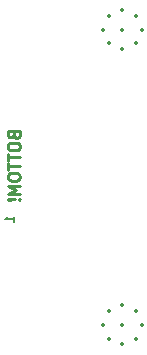
<source format=gbo>
%TF.GenerationSoftware,KiCad,Pcbnew,8.0.1*%
%TF.CreationDate,2024-08-04T19:12:34+01:00*%
%TF.ProjectId,hexpansion,68657870-616e-4736-996f-6e2e6b696361,rev?*%
%TF.SameCoordinates,Original*%
%TF.FileFunction,Legend,Bot*%
%TF.FilePolarity,Positive*%
%FSLAX46Y46*%
G04 Gerber Fmt 4.6, Leading zero omitted, Abs format (unit mm)*
G04 Created by KiCad (PCBNEW 8.0.1) date 2024-08-04 19:12:34*
%MOMM*%
%LPD*%
G01*
G04 APERTURE LIST*
%ADD10C,0.250000*%
%ADD11C,0.200000*%
%ADD12C,0.350000*%
G04 APERTURE END LIST*
D10*
X103290809Y-96435901D02*
X103338428Y-96578758D01*
X103338428Y-96578758D02*
X103386047Y-96626377D01*
X103386047Y-96626377D02*
X103481285Y-96673996D01*
X103481285Y-96673996D02*
X103624142Y-96673996D01*
X103624142Y-96673996D02*
X103719380Y-96626377D01*
X103719380Y-96626377D02*
X103767000Y-96578758D01*
X103767000Y-96578758D02*
X103814619Y-96483520D01*
X103814619Y-96483520D02*
X103814619Y-96102568D01*
X103814619Y-96102568D02*
X102814619Y-96102568D01*
X102814619Y-96102568D02*
X102814619Y-96435901D01*
X102814619Y-96435901D02*
X102862238Y-96531139D01*
X102862238Y-96531139D02*
X102909857Y-96578758D01*
X102909857Y-96578758D02*
X103005095Y-96626377D01*
X103005095Y-96626377D02*
X103100333Y-96626377D01*
X103100333Y-96626377D02*
X103195571Y-96578758D01*
X103195571Y-96578758D02*
X103243190Y-96531139D01*
X103243190Y-96531139D02*
X103290809Y-96435901D01*
X103290809Y-96435901D02*
X103290809Y-96102568D01*
X102814619Y-97293044D02*
X102814619Y-97483520D01*
X102814619Y-97483520D02*
X102862238Y-97578758D01*
X102862238Y-97578758D02*
X102957476Y-97673996D01*
X102957476Y-97673996D02*
X103147952Y-97721615D01*
X103147952Y-97721615D02*
X103481285Y-97721615D01*
X103481285Y-97721615D02*
X103671761Y-97673996D01*
X103671761Y-97673996D02*
X103767000Y-97578758D01*
X103767000Y-97578758D02*
X103814619Y-97483520D01*
X103814619Y-97483520D02*
X103814619Y-97293044D01*
X103814619Y-97293044D02*
X103767000Y-97197806D01*
X103767000Y-97197806D02*
X103671761Y-97102568D01*
X103671761Y-97102568D02*
X103481285Y-97054949D01*
X103481285Y-97054949D02*
X103147952Y-97054949D01*
X103147952Y-97054949D02*
X102957476Y-97102568D01*
X102957476Y-97102568D02*
X102862238Y-97197806D01*
X102862238Y-97197806D02*
X102814619Y-97293044D01*
X102814619Y-98007330D02*
X102814619Y-98578758D01*
X103814619Y-98293044D02*
X102814619Y-98293044D01*
X102814619Y-98769235D02*
X102814619Y-99340663D01*
X103814619Y-99054949D02*
X102814619Y-99054949D01*
X102814619Y-99864473D02*
X102814619Y-100054949D01*
X102814619Y-100054949D02*
X102862238Y-100150187D01*
X102862238Y-100150187D02*
X102957476Y-100245425D01*
X102957476Y-100245425D02*
X103147952Y-100293044D01*
X103147952Y-100293044D02*
X103481285Y-100293044D01*
X103481285Y-100293044D02*
X103671761Y-100245425D01*
X103671761Y-100245425D02*
X103767000Y-100150187D01*
X103767000Y-100150187D02*
X103814619Y-100054949D01*
X103814619Y-100054949D02*
X103814619Y-99864473D01*
X103814619Y-99864473D02*
X103767000Y-99769235D01*
X103767000Y-99769235D02*
X103671761Y-99673997D01*
X103671761Y-99673997D02*
X103481285Y-99626378D01*
X103481285Y-99626378D02*
X103147952Y-99626378D01*
X103147952Y-99626378D02*
X102957476Y-99673997D01*
X102957476Y-99673997D02*
X102862238Y-99769235D01*
X102862238Y-99769235D02*
X102814619Y-99864473D01*
X103814619Y-100721616D02*
X102814619Y-100721616D01*
X102814619Y-100721616D02*
X103528904Y-101054949D01*
X103528904Y-101054949D02*
X102814619Y-101388282D01*
X102814619Y-101388282D02*
X103814619Y-101388282D01*
X103719380Y-101864473D02*
X103767000Y-101912092D01*
X103767000Y-101912092D02*
X103814619Y-101864473D01*
X103814619Y-101864473D02*
X103767000Y-101816854D01*
X103767000Y-101816854D02*
X103719380Y-101864473D01*
X103719380Y-101864473D02*
X103814619Y-101864473D01*
X103433666Y-101864473D02*
X102862238Y-101816854D01*
X102862238Y-101816854D02*
X102814619Y-101864473D01*
X102814619Y-101864473D02*
X102862238Y-101912092D01*
X102862238Y-101912092D02*
X103433666Y-101864473D01*
X103433666Y-101864473D02*
X102814619Y-101864473D01*
D11*
X103341695Y-103791101D02*
X103341695Y-103333958D01*
X103341695Y-103562530D02*
X102541695Y-103562530D01*
X102541695Y-103562530D02*
X102655980Y-103486339D01*
X102655980Y-103486339D02*
X102732171Y-103410149D01*
X102732171Y-103410149D02*
X102770266Y-103333958D01*
D12*
X110850000Y-87500000D03*
X111333274Y-86333274D03*
X111333274Y-88666726D03*
X112500000Y-85850000D03*
X112500000Y-87500000D03*
X112500000Y-89150000D03*
X113666726Y-86333274D03*
X113666726Y-88666726D03*
X114150000Y-87500000D03*
X110850000Y-112500000D03*
X111333274Y-111333274D03*
X111333274Y-113666726D03*
X112500000Y-110850000D03*
X112500000Y-112500000D03*
X112500000Y-114150000D03*
X113666726Y-111333274D03*
X113666726Y-113666726D03*
X114150000Y-112500000D03*
M02*

</source>
